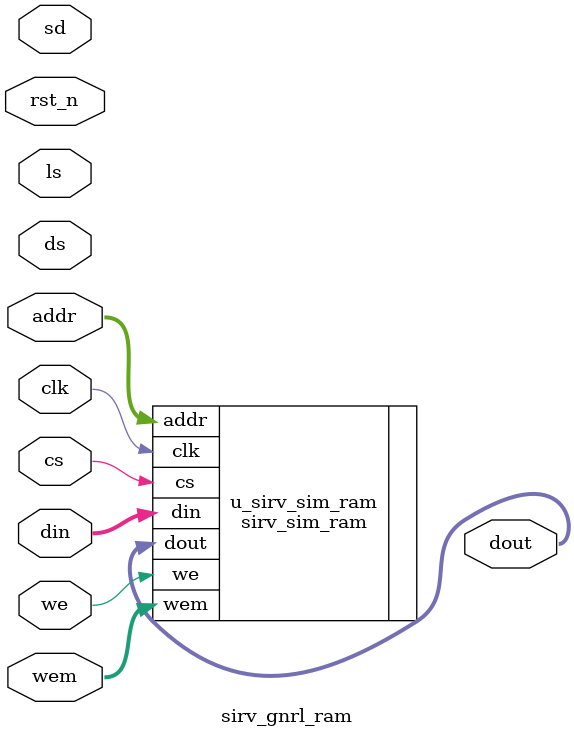
<source format=v>
 /*                                                                      
 Copyright 2018-2020 Nuclei System Technology, Inc.                
                                                                         
 Licensed under the Apache License, Version 2.0 (the "License");         
 you may not use this file except in compliance with the License.        
 You may obtain a copy of the License at                                 
                                                                         
     http://www.apache.org/licenses/LICENSE-2.0                          
                                                                         
  Unless required by applicable law or agreed to in writing, software    
 distributed under the License is distributed on an "AS IS" BASIS,       
 WITHOUT WARRANTIES OR CONDITIONS OF ANY KIND, either express or implied.
 See the License for the specific language governing permissions and     
 limitations under the License.                                          
 */                                                                      
                                                                         
                                                                         
                                                                         
//=====================================================================
//
// Designer   : Bob Hu
//
// Description:
//  The top level RAM module
//
// ====================================================================
//rtl change
`include "e203_defines.v"
module sirv_gnrl_ram
#(parameter DP = 32,
  parameter DW = 32,
  parameter FORCE_X2ZERO = 1,
  parameter MW = 4,
  parameter AW = 15 
  ) (
  input            sd,
  input            ds,
  input            ls,

  input            rst_n,
  input            clk,
  input            cs,
  input            we,
  input [AW-1:0]   addr,
  input [DW-1:0]   din,
  input [MW-1:0]   wem,
  output[DW-1:0]   dout
);




sirv_sim_ram #(
    .FORCE_X2ZERO (FORCE_X2ZERO),
    .DP (DP),
    .AW (AW),
    .MW (MW),
    .DW (DW) 
)u_sirv_sim_ram (
    .clk   (clk),
    .din   (din),
    .addr  (addr),
    .cs    (cs),
    .we    (we),
    .wem   (wem),
    .dout  (dout)
);


endmodule

</source>
